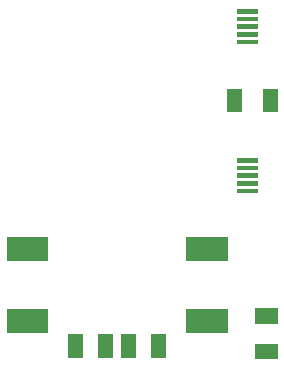
<source format=gbr>
G04 start of page 10 for group -4015 idx -4015 *
G04 Title: (unknown), toppaste *
G04 Creator: pcb 4.2.0 *
G04 CreationDate: Fri Feb 14 14:13:11 2020 UTC *
G04 For: blinken *
G04 Format: Gerber/RS-274X *
G04 PCB-Dimensions (mm): 65.00 56.00 *
G04 PCB-Coordinate-Origin: lower left *
%MOMM*%
%FSLAX43Y43*%
%LNTOPPASTE*%
%ADD47C,0.002*%
G54D47*G36*
X20200Y45700D02*X18900D01*
Y43800D01*
X20200D01*
Y45700D01*
G37*
G36*
X23200D02*X21900D01*
Y43800D01*
X23200D01*
Y45700D01*
G37*
G36*
X19700Y49900D02*Y49500D01*
X21500D01*
Y49900D01*
X19700D01*
G37*
G36*
Y52500D02*Y52100D01*
X21500D01*
Y52500D01*
X19700D01*
G37*
G36*
Y50550D02*Y50150D01*
X21500D01*
Y50550D01*
X19700D01*
G37*
G36*
Y51200D02*Y50800D01*
X21500D01*
Y51200D01*
X19700D01*
G37*
G36*
Y51850D02*Y51450D01*
X21500D01*
Y51850D01*
X19700D01*
G37*
G36*
Y37300D02*Y36900D01*
X21500D01*
Y37300D01*
X19700D01*
G37*
G36*
Y39900D02*Y39500D01*
X21500D01*
Y39900D01*
X19700D01*
G37*
G36*
Y37950D02*Y37550D01*
X21500D01*
Y37950D01*
X19700D01*
G37*
G36*
Y38600D02*Y38200D01*
X21500D01*
Y38600D01*
X19700D01*
G37*
G36*
Y39250D02*Y38850D01*
X21500D01*
Y39250D01*
X19700D01*
G37*
G36*
X9200Y24950D02*X7950D01*
Y22950D01*
X9200D01*
Y24950D01*
G37*
G36*
X6700D02*X5450D01*
Y22950D01*
X6700D01*
Y24950D01*
G37*
G36*
X11200D02*X9950D01*
Y22950D01*
X11200D01*
Y24950D01*
G37*
G36*
X13700D02*X12450D01*
Y22950D01*
X13700D01*
Y24950D01*
G37*
G36*
X250Y27100D02*Y25100D01*
X3750D01*
Y27100D01*
X250D01*
G37*
G36*
Y33200D02*Y31200D01*
X3750D01*
Y33200D01*
X250D01*
G37*
G36*
X15450D02*Y31200D01*
X18950D01*
Y33200D01*
X15450D01*
G37*
G36*
Y27100D02*Y25100D01*
X18950D01*
Y27100D01*
X15450D01*
G37*
G36*
X21300Y27150D02*Y25850D01*
X23200D01*
Y27150D01*
X21300D01*
G37*
G36*
Y24150D02*Y22850D01*
X23200D01*
Y24150D01*
X21300D01*
G37*
M02*

</source>
